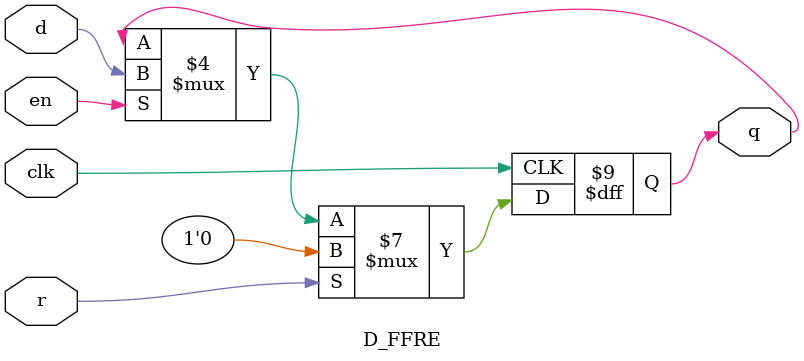
<source format=v>


module D_FFRE(clk,r,en,d,q);
	parameter width = 1;
	input clk,r,en;
	input [width-1:0] d;
	output reg [width-1:0] q = 0;
	always @(posedge clk) begin
		if(r) q<={width{1'b0}};
		else if(en) q <= d;
		else q <= q;
	end
endmodule


</source>
